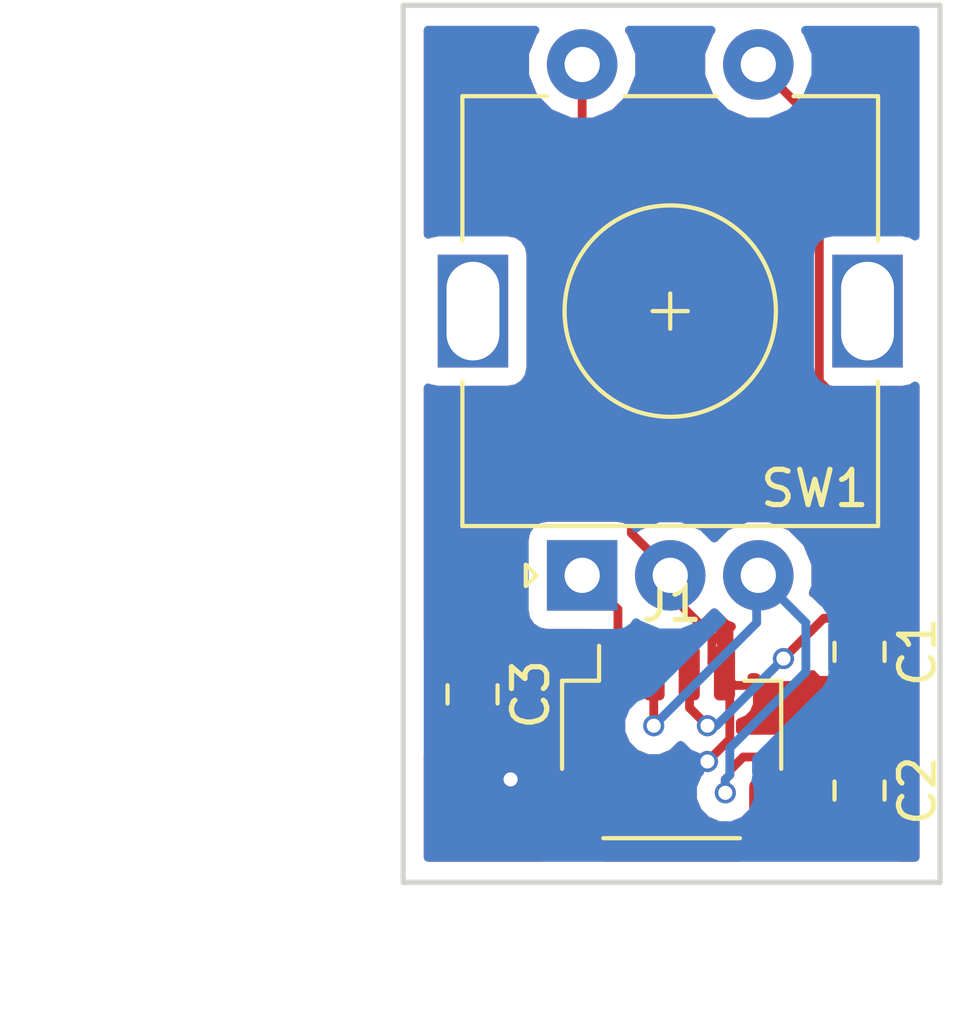
<source format=kicad_pcb>
(kicad_pcb (version 20171130) (host pcbnew 5.0.2-5.fc29)

  (general
    (thickness 1.6)
    (drawings 11)
    (tracks 74)
    (zones 0)
    (modules 5)
    (nets 5)
  )

  (page A4)
  (layers
    (0 F.Cu signal)
    (31 B.Cu signal)
    (32 B.Adhes user)
    (33 F.Adhes user)
    (34 B.Paste user)
    (35 F.Paste user)
    (36 B.SilkS user)
    (37 F.SilkS user)
    (38 B.Mask user)
    (39 F.Mask user)
    (40 Dwgs.User user)
    (41 Cmts.User user)
    (42 Eco1.User user)
    (43 Eco2.User user)
    (44 Edge.Cuts user)
    (45 Margin user)
    (46 B.CrtYd user)
    (47 F.CrtYd user)
    (48 B.Fab user)
    (49 F.Fab user)
  )

  (setup
    (last_trace_width 0.25)
    (trace_clearance 0.2)
    (zone_clearance 0.508)
    (zone_45_only no)
    (trace_min 0.2)
    (segment_width 0.2)
    (edge_width 0.15)
    (via_size 0.6)
    (via_drill 0.4)
    (via_min_size 0.4)
    (via_min_drill 0.3)
    (uvia_size 0.3)
    (uvia_drill 0.1)
    (uvias_allowed no)
    (uvia_min_size 0.2)
    (uvia_min_drill 0.1)
    (pcb_text_width 0.3)
    (pcb_text_size 1.5 1.5)
    (mod_edge_width 0.15)
    (mod_text_size 1 1)
    (mod_text_width 0.15)
    (pad_size 1.524 1.524)
    (pad_drill 0.762)
    (pad_to_mask_clearance 0.2)
    (solder_mask_min_width 0.25)
    (aux_axis_origin 0 0)
    (visible_elements FFFFFF7F)
    (pcbplotparams
      (layerselection 0x310fc_ffffffff)
      (usegerberextensions false)
      (usegerberattributes false)
      (usegerberadvancedattributes false)
      (creategerberjobfile false)
      (excludeedgelayer true)
      (linewidth 0.100000)
      (plotframeref false)
      (viasonmask false)
      (mode 1)
      (useauxorigin false)
      (hpglpennumber 1)
      (hpglpenspeed 20)
      (hpglpendiameter 15.000000)
      (psnegative false)
      (psa4output false)
      (plotreference true)
      (plotvalue true)
      (plotinvisibletext false)
      (padsonsilk false)
      (subtractmaskfromsilk false)
      (outputformat 1)
      (mirror false)
      (drillshape 0)
      (scaleselection 1)
      (outputdirectory "gerber_sh/"))
  )

  (net 0 "")
  (net 1 CON-2)
  (net 2 CON-1)
  (net 3 CON-3)
  (net 4 CON-4)

  (net_class Default "This is the default net class."
    (clearance 0.2)
    (trace_width 0.25)
    (via_dia 0.6)
    (via_drill 0.4)
    (uvia_dia 0.3)
    (uvia_drill 0.1)
    (add_net CON-1)
    (add_net CON-2)
    (add_net CON-3)
    (add_net CON-4)
  )

  (module Rotary_Encoder:RotaryEncoder_Alps_EC11E-Switch_Vertical_H20mm (layer F.Cu) (tedit 5A74C8CB) (tstamp 5BA3CFA1)
    (at 153.924 111.1758 90)
    (descr "Alps rotary encoder, EC12E... with switch, vertical shaft, http://www.alps.com/prod/info/E/HTML/Encoder/Incremental/EC11/EC11E15204A3.html")
    (tags "rotary encoder")
    (path /5BA2882F)
    (fp_text reference SW1 (at 2.4638 6.604 180) (layer F.SilkS)
      (effects (font (size 1 1) (thickness 0.15)))
    )
    (fp_text value Rotary_Encoder_Switch (at 7.5 10.4 90) (layer F.Fab)
      (effects (font (size 1 1) (thickness 0.15)))
    )
    (fp_circle (center 7.5 2.5) (end 10.5 2.5) (layer F.Fab) (width 0.12))
    (fp_circle (center 7.5 2.5) (end 10.5 2.5) (layer F.SilkS) (width 0.12))
    (fp_line (start 16 9.6) (end -1.5 9.6) (layer F.CrtYd) (width 0.05))
    (fp_line (start 16 9.6) (end 16 -4.6) (layer F.CrtYd) (width 0.05))
    (fp_line (start -1.5 -4.6) (end -1.5 9.6) (layer F.CrtYd) (width 0.05))
    (fp_line (start -1.5 -4.6) (end 16 -4.6) (layer F.CrtYd) (width 0.05))
    (fp_line (start 2.5 -3.3) (end 13.5 -3.3) (layer F.Fab) (width 0.12))
    (fp_line (start 13.5 -3.3) (end 13.5 8.3) (layer F.Fab) (width 0.12))
    (fp_line (start 13.5 8.3) (end 1.5 8.3) (layer F.Fab) (width 0.12))
    (fp_line (start 1.5 8.3) (end 1.5 -2.2) (layer F.Fab) (width 0.12))
    (fp_line (start 1.5 -2.2) (end 2.5 -3.3) (layer F.Fab) (width 0.12))
    (fp_line (start 9.5 -3.4) (end 13.6 -3.4) (layer F.SilkS) (width 0.12))
    (fp_line (start 13.6 8.4) (end 9.5 8.4) (layer F.SilkS) (width 0.12))
    (fp_line (start 5.5 8.4) (end 1.4 8.4) (layer F.SilkS) (width 0.12))
    (fp_line (start 5.5 -3.4) (end 1.4 -3.4) (layer F.SilkS) (width 0.12))
    (fp_line (start 1.4 -3.4) (end 1.4 8.4) (layer F.SilkS) (width 0.12))
    (fp_line (start 0 -1.3) (end -0.3 -1.6) (layer F.SilkS) (width 0.12))
    (fp_line (start -0.3 -1.6) (end 0.3 -1.6) (layer F.SilkS) (width 0.12))
    (fp_line (start 0.3 -1.6) (end 0 -1.3) (layer F.SilkS) (width 0.12))
    (fp_line (start 7.5 -0.5) (end 7.5 5.5) (layer F.Fab) (width 0.12))
    (fp_line (start 4.5 2.5) (end 10.5 2.5) (layer F.Fab) (width 0.12))
    (fp_line (start 13.6 -3.4) (end 13.6 -1) (layer F.SilkS) (width 0.12))
    (fp_line (start 13.6 1.2) (end 13.6 3.8) (layer F.SilkS) (width 0.12))
    (fp_line (start 13.6 6) (end 13.6 8.4) (layer F.SilkS) (width 0.12))
    (fp_line (start 7.5 2) (end 7.5 3) (layer F.SilkS) (width 0.12))
    (fp_line (start 7 2.5) (end 8 2.5) (layer F.SilkS) (width 0.12))
    (fp_text user %R (at 11.1 6.3 90) (layer F.Fab)
      (effects (font (size 1 1) (thickness 0.15)))
    )
    (pad A thru_hole rect (at 0 0 90) (size 2 2) (drill 1) (layers *.Cu *.Mask))
    (pad C thru_hole circle (at 0 2.5 90) (size 2 2) (drill 1) (layers *.Cu *.Mask))
    (pad B thru_hole circle (at 0 5 90) (size 2 2) (drill 1) (layers *.Cu *.Mask))
    (pad MP thru_hole rect (at 7.5 -3.1 90) (size 3.2 2) (drill oval 2.8 1.5) (layers *.Cu *.Mask))
    (pad MP thru_hole rect (at 7.5 8.1 90) (size 3.2 2) (drill oval 2.8 1.5) (layers *.Cu *.Mask))
    (pad S2 thru_hole circle (at 14.5 0 90) (size 2 2) (drill 1) (layers *.Cu *.Mask))
    (pad S1 thru_hole circle (at 14.5 5 90) (size 2 2) (drill 1) (layers *.Cu *.Mask))
    (model ${KISYS3DMOD}/Rotary_Encoder.3dshapes/RotaryEncoder_Alps_EC11E-Switch_Vertical_H20mm.wrl
      (at (xyz 0 0 0))
      (scale (xyz 1 1 1))
      (rotate (xyz 0 0 0))
    )
  )

  (module Capacitor_SMD:C_0805_2012Metric (layer F.Cu) (tedit 5B36C52B) (tstamp 5C76E4BE)
    (at 161.798 113.3475 270)
    (descr "Capacitor SMD 0805 (2012 Metric), square (rectangular) end terminal, IPC_7351 nominal, (Body size source: https://docs.google.com/spreadsheets/d/1BsfQQcO9C6DZCsRaXUlFlo91Tg2WpOkGARC1WS5S8t0/edit?usp=sharing), generated with kicad-footprint-generator")
    (tags capacitor)
    (path /5BA29B55)
    (attr smd)
    (fp_text reference C1 (at 0 -1.65 270) (layer F.SilkS)
      (effects (font (size 1 1) (thickness 0.15)))
    )
    (fp_text value 100nF (at 0 1.65 270) (layer F.Fab)
      (effects (font (size 1 1) (thickness 0.15)))
    )
    (fp_text user %R (at 0 0 270) (layer F.Fab)
      (effects (font (size 0.5 0.5) (thickness 0.08)))
    )
    (fp_line (start 1.68 0.95) (end -1.68 0.95) (layer F.CrtYd) (width 0.05))
    (fp_line (start 1.68 -0.95) (end 1.68 0.95) (layer F.CrtYd) (width 0.05))
    (fp_line (start -1.68 -0.95) (end 1.68 -0.95) (layer F.CrtYd) (width 0.05))
    (fp_line (start -1.68 0.95) (end -1.68 -0.95) (layer F.CrtYd) (width 0.05))
    (fp_line (start -0.258578 0.71) (end 0.258578 0.71) (layer F.SilkS) (width 0.12))
    (fp_line (start -0.258578 -0.71) (end 0.258578 -0.71) (layer F.SilkS) (width 0.12))
    (fp_line (start 1 0.6) (end -1 0.6) (layer F.Fab) (width 0.1))
    (fp_line (start 1 -0.6) (end 1 0.6) (layer F.Fab) (width 0.1))
    (fp_line (start -1 -0.6) (end 1 -0.6) (layer F.Fab) (width 0.1))
    (fp_line (start -1 0.6) (end -1 -0.6) (layer F.Fab) (width 0.1))
    (pad 2 smd roundrect (at 0.9375 0 270) (size 0.975 1.4) (layers F.Cu F.Paste F.Mask) (roundrect_rratio 0.25)
      (net 4 CON-4))
    (pad 1 smd roundrect (at -0.9375 0 270) (size 0.975 1.4) (layers F.Cu F.Paste F.Mask) (roundrect_rratio 0.25)
      (net 3 CON-3))
    (model ${KISYS3DMOD}/Capacitor_SMD.3dshapes/C_0805_2012Metric.wrl
      (at (xyz 0 0 0))
      (scale (xyz 1 1 1))
      (rotate (xyz 0 0 0))
    )
  )

  (module Capacitor_SMD:C_0805_2012Metric (layer F.Cu) (tedit 5B36C52B) (tstamp 5C76E4CE)
    (at 161.798 117.2845 270)
    (descr "Capacitor SMD 0805 (2012 Metric), square (rectangular) end terminal, IPC_7351 nominal, (Body size source: https://docs.google.com/spreadsheets/d/1BsfQQcO9C6DZCsRaXUlFlo91Tg2WpOkGARC1WS5S8t0/edit?usp=sharing), generated with kicad-footprint-generator")
    (tags capacitor)
    (path /5BA28DB9)
    (attr smd)
    (fp_text reference C2 (at 0 -1.65 270) (layer F.SilkS)
      (effects (font (size 1 1) (thickness 0.15)))
    )
    (fp_text value 10nF (at 0 1.65 270) (layer F.Fab)
      (effects (font (size 1 1) (thickness 0.15)))
    )
    (fp_text user %R (at 0 0 270) (layer F.Fab)
      (effects (font (size 0.5 0.5) (thickness 0.08)))
    )
    (fp_line (start 1.68 0.95) (end -1.68 0.95) (layer F.CrtYd) (width 0.05))
    (fp_line (start 1.68 -0.95) (end 1.68 0.95) (layer F.CrtYd) (width 0.05))
    (fp_line (start -1.68 -0.95) (end 1.68 -0.95) (layer F.CrtYd) (width 0.05))
    (fp_line (start -1.68 0.95) (end -1.68 -0.95) (layer F.CrtYd) (width 0.05))
    (fp_line (start -0.258578 0.71) (end 0.258578 0.71) (layer F.SilkS) (width 0.12))
    (fp_line (start -0.258578 -0.71) (end 0.258578 -0.71) (layer F.SilkS) (width 0.12))
    (fp_line (start 1 0.6) (end -1 0.6) (layer F.Fab) (width 0.1))
    (fp_line (start 1 -0.6) (end 1 0.6) (layer F.Fab) (width 0.1))
    (fp_line (start -1 -0.6) (end 1 -0.6) (layer F.Fab) (width 0.1))
    (fp_line (start -1 0.6) (end -1 -0.6) (layer F.Fab) (width 0.1))
    (pad 2 smd roundrect (at 0.9375 0 270) (size 0.975 1.4) (layers F.Cu F.Paste F.Mask) (roundrect_rratio 0.25)
      (net 4 CON-4))
    (pad 1 smd roundrect (at -0.9375 0 270) (size 0.975 1.4) (layers F.Cu F.Paste F.Mask) (roundrect_rratio 0.25)
      (net 1 CON-2))
    (model ${KISYS3DMOD}/Capacitor_SMD.3dshapes/C_0805_2012Metric.wrl
      (at (xyz 0 0 0))
      (scale (xyz 1 1 1))
      (rotate (xyz 0 0 0))
    )
  )

  (module Capacitor_SMD:C_0805_2012Metric (layer F.Cu) (tedit 5B36C52B) (tstamp 5C76E4DE)
    (at 150.8125 114.554 270)
    (descr "Capacitor SMD 0805 (2012 Metric), square (rectangular) end terminal, IPC_7351 nominal, (Body size source: https://docs.google.com/spreadsheets/d/1BsfQQcO9C6DZCsRaXUlFlo91Tg2WpOkGARC1WS5S8t0/edit?usp=sharing), generated with kicad-footprint-generator")
    (tags capacitor)
    (path /5BA29ADD)
    (attr smd)
    (fp_text reference C3 (at 0 -1.65 270) (layer F.SilkS)
      (effects (font (size 1 1) (thickness 0.15)))
    )
    (fp_text value 10nF (at 0 1.65 270) (layer F.Fab)
      (effects (font (size 1 1) (thickness 0.15)))
    )
    (fp_text user %R (at 0 0 270) (layer F.Fab)
      (effects (font (size 0.5 0.5) (thickness 0.08)))
    )
    (fp_line (start 1.68 0.95) (end -1.68 0.95) (layer F.CrtYd) (width 0.05))
    (fp_line (start 1.68 -0.95) (end 1.68 0.95) (layer F.CrtYd) (width 0.05))
    (fp_line (start -1.68 -0.95) (end 1.68 -0.95) (layer F.CrtYd) (width 0.05))
    (fp_line (start -1.68 0.95) (end -1.68 -0.95) (layer F.CrtYd) (width 0.05))
    (fp_line (start -0.258578 0.71) (end 0.258578 0.71) (layer F.SilkS) (width 0.12))
    (fp_line (start -0.258578 -0.71) (end 0.258578 -0.71) (layer F.SilkS) (width 0.12))
    (fp_line (start 1 0.6) (end -1 0.6) (layer F.Fab) (width 0.1))
    (fp_line (start 1 -0.6) (end 1 0.6) (layer F.Fab) (width 0.1))
    (fp_line (start -1 -0.6) (end 1 -0.6) (layer F.Fab) (width 0.1))
    (fp_line (start -1 0.6) (end -1 -0.6) (layer F.Fab) (width 0.1))
    (pad 2 smd roundrect (at 0.9375 0 270) (size 0.975 1.4) (layers F.Cu F.Paste F.Mask) (roundrect_rratio 0.25)
      (net 4 CON-4))
    (pad 1 smd roundrect (at -0.9375 0 270) (size 0.975 1.4) (layers F.Cu F.Paste F.Mask) (roundrect_rratio 0.25)
      (net 2 CON-1))
    (model ${KISYS3DMOD}/Capacitor_SMD.3dshapes/C_0805_2012Metric.wrl
      (at (xyz 0 0 0))
      (scale (xyz 1 1 1))
      (rotate (xyz 0 0 0))
    )
  )

  (module Connector_JST:JST_SH_SM04B-SRSS-TB_1x04-1MP_P1.00mm_Horizontal (layer F.Cu) (tedit 5B78AD87) (tstamp 5C76E4EE)
    (at 156.464 115.951)
    (descr "JST SH series connector, SM04B-SRSS-TB (http://www.jst-mfg.com/product/pdf/eng/eSH.pdf), generated with kicad-footprint-generator")
    (tags "connector JST SH top entry")
    (path /5BA291E6)
    (attr smd)
    (fp_text reference J1 (at 0 -3.98) (layer F.SilkS)
      (effects (font (size 1 1) (thickness 0.15)))
    )
    (fp_text value CONN_01X04 (at 0 3.98) (layer F.Fab)
      (effects (font (size 1 1) (thickness 0.15)))
    )
    (fp_text user %R (at 0 0) (layer F.Fab)
      (effects (font (size 1 1) (thickness 0.15)))
    )
    (fp_line (start -1.5 -0.967893) (end -1 -1.675) (layer F.Fab) (width 0.1))
    (fp_line (start -2 -1.675) (end -1.5 -0.967893) (layer F.Fab) (width 0.1))
    (fp_line (start 3.9 -3.28) (end -3.9 -3.28) (layer F.CrtYd) (width 0.05))
    (fp_line (start 3.9 3.28) (end 3.9 -3.28) (layer F.CrtYd) (width 0.05))
    (fp_line (start -3.9 3.28) (end 3.9 3.28) (layer F.CrtYd) (width 0.05))
    (fp_line (start -3.9 -3.28) (end -3.9 3.28) (layer F.CrtYd) (width 0.05))
    (fp_line (start 3 -1.675) (end 3 2.575) (layer F.Fab) (width 0.1))
    (fp_line (start -3 -1.675) (end -3 2.575) (layer F.Fab) (width 0.1))
    (fp_line (start -3 2.575) (end 3 2.575) (layer F.Fab) (width 0.1))
    (fp_line (start -1.94 2.685) (end 1.94 2.685) (layer F.SilkS) (width 0.12))
    (fp_line (start 3.11 -1.785) (end 2.06 -1.785) (layer F.SilkS) (width 0.12))
    (fp_line (start 3.11 0.715) (end 3.11 -1.785) (layer F.SilkS) (width 0.12))
    (fp_line (start -2.06 -1.785) (end -2.06 -2.775) (layer F.SilkS) (width 0.12))
    (fp_line (start -3.11 -1.785) (end -2.06 -1.785) (layer F.SilkS) (width 0.12))
    (fp_line (start -3.11 0.715) (end -3.11 -1.785) (layer F.SilkS) (width 0.12))
    (fp_line (start -3 -1.675) (end 3 -1.675) (layer F.Fab) (width 0.1))
    (pad MP smd roundrect (at 2.8 1.875) (size 1.2 1.8) (layers F.Cu F.Paste F.Mask) (roundrect_rratio 0.208333))
    (pad MP smd roundrect (at -2.8 1.875) (size 1.2 1.8) (layers F.Cu F.Paste F.Mask) (roundrect_rratio 0.208333))
    (pad 4 smd roundrect (at 1.5 -2) (size 0.6 1.55) (layers F.Cu F.Paste F.Mask) (roundrect_rratio 0.25)
      (net 4 CON-4))
    (pad 3 smd roundrect (at 0.5 -2) (size 0.6 1.55) (layers F.Cu F.Paste F.Mask) (roundrect_rratio 0.25)
      (net 3 CON-3))
    (pad 2 smd roundrect (at -0.5 -2) (size 0.6 1.55) (layers F.Cu F.Paste F.Mask) (roundrect_rratio 0.25)
      (net 1 CON-2))
    (pad 1 smd roundrect (at -1.5 -2) (size 0.6 1.55) (layers F.Cu F.Paste F.Mask) (roundrect_rratio 0.25)
      (net 2 CON-1))
    (model ${KISYS3DMOD}/Connector_JST.3dshapes/JST_SH_SM04B-SRSS-TB_1x04-1MP_P1.00mm_Horizontal.wrl
      (at (xyz 0 0 0))
      (scale (xyz 1 1 1))
      (rotate (xyz 0 0 0))
    )
  )

  (dimension 24.892 (width 0.3) (layer Dwgs.User)
    (gr_text "24.892 mm" (at 143.684 107.442 270) (layer Dwgs.User)
      (effects (font (size 1.5 1.5) (thickness 0.3)))
    )
    (feature1 (pts (xy 147.828 119.888) (xy 142.334 119.888)))
    (feature2 (pts (xy 147.828 94.996) (xy 142.334 94.996)))
    (crossbar (pts (xy 145.034 94.996) (xy 145.034 119.888)))
    (arrow1a (pts (xy 145.034 119.888) (xy 144.447579 118.761496)))
    (arrow1b (pts (xy 145.034 119.888) (xy 145.620421 118.761496)))
    (arrow2a (pts (xy 145.034 94.996) (xy 144.447579 96.122504)))
    (arrow2b (pts (xy 145.034 94.996) (xy 145.620421 96.122504)))
  )
  (dimension 15.24 (width 0.3) (layer Dwgs.User)
    (gr_text "15.240 mm" (at 156.464 124.54) (layer Dwgs.User)
      (effects (font (size 1.5 1.5) (thickness 0.3)))
    )
    (feature1 (pts (xy 164.084 121.412) (xy 164.084 125.89)))
    (feature2 (pts (xy 148.844 121.412) (xy 148.844 125.89)))
    (crossbar (pts (xy 148.844 123.19) (xy 164.084 123.19)))
    (arrow1a (pts (xy 164.084 123.19) (xy 162.957496 123.776421)))
    (arrow1b (pts (xy 164.084 123.19) (xy 162.957496 122.603579)))
    (arrow2a (pts (xy 148.844 123.19) (xy 149.970504 123.776421)))
    (arrow2b (pts (xy 148.844 123.19) (xy 149.970504 122.603579)))
  )
  (gr_line (start 149.098 95.25) (end 149.352 95.25) (angle 90) (layer Margin) (width 0.2))
  (gr_line (start 149.098 119.634) (end 149.098 95.25) (angle 90) (layer Margin) (width 0.2))
  (gr_line (start 163.83 119.634) (end 149.098 119.634) (angle 90) (layer Margin) (width 0.2))
  (gr_line (start 163.83 95.25) (end 163.83 119.634) (angle 90) (layer Margin) (width 0.2))
  (gr_line (start 149.098 95.25) (end 163.83 95.25) (angle 90) (layer Margin) (width 0.2))
  (gr_line (start 148.844 119.888) (end 148.844 94.996) (angle 90) (layer Edge.Cuts) (width 0.15))
  (gr_line (start 164.084 119.888) (end 148.844 119.888) (angle 90) (layer Edge.Cuts) (width 0.15))
  (gr_line (start 164.084 94.996) (end 164.084 119.888) (angle 90) (layer Edge.Cuts) (width 0.15))
  (gr_line (start 148.844 94.996) (end 164.084 94.996) (angle 90) (layer Edge.Cuts) (width 0.15))

  (segment (start 158.924 111.1758) (end 158.877 111.125) (width 0.25) (layer B.Cu) (net 1) (status 80000))
  (segment (start 158.877 111.125) (end 158.877 112.522) (width 0.25) (layer B.Cu) (net 1) (status 80000))
  (segment (start 158.877 112.522) (end 155.956 115.443) (width 0.25) (layer B.Cu) (net 1) (status 80000))
  (via (at 155.956 115.443) (size 0.6) (layers F.Cu B.Cu) (net 1) (status 80000))
  (segment (start 155.956 115.443) (end 155.956 114.046) (width 0.25) (layer F.Cu) (net 1) (status 80000))
  (segment (start 155.956 114.046) (end 155.964 114.0135) (width 0.25) (layer F.Cu) (net 1) (tstamp 5BE1C284) (status 80000))
  (segment (start 161.798 116.2845) (end 161.798 116.332) (width 0.25) (layer F.Cu) (net 1) (status 80000))
  (segment (start 161.798 116.332) (end 158.496 116.332) (width 0.25) (layer F.Cu) (net 1) (status 80000))
  (segment (start 158.496 116.332) (end 158.115 116.713) (width 0.25) (layer F.Cu) (net 1) (status 80000))
  (segment (start 158.115 116.713) (end 158.115 116.84) (width 0.25) (layer F.Cu) (net 1) (status 80000))
  (segment (start 158.115 116.84) (end 157.988 116.967) (width 0.25) (layer F.Cu) (net 1) (status 80000))
  (segment (start 157.988 116.967) (end 157.988 117.348) (width 0.25) (layer F.Cu) (net 1) (status 80000))
  (via (at 157.988 117.348) (size 0.6) (layers F.Cu B.Cu) (net 1) (status 80000))
  (segment (start 157.988 117.348) (end 157.988 116.967) (width 0.25) (layer B.Cu) (net 1) (status 80000))
  (segment (start 157.988 116.967) (end 158.115 116.84) (width 0.25) (layer B.Cu) (net 1) (status 80000))
  (segment (start 158.115 116.84) (end 158.115 116.078) (width 0.25) (layer B.Cu) (net 1) (status 80000))
  (segment (start 158.115 116.078) (end 160.274 113.919) (width 0.25) (layer B.Cu) (net 1) (status 80000))
  (segment (start 160.274 113.919) (end 160.274 112.522) (width 0.25) (layer B.Cu) (net 1) (status 80000))
  (segment (start 160.274 112.522) (end 158.877 111.125) (width 0.25) (layer B.Cu) (net 1) (status 80000))
  (segment (start 158.877 111.125) (end 158.924 111.1758) (width 0.25) (layer B.Cu) (net 1) (tstamp 5BE1C283) (status 80000))
  (segment (start 153.924 111.1758) (end 153.924 111.125) (width 0.25) (layer F.Cu) (net 2) (status 80000))
  (segment (start 153.924 111.125) (end 154.94 112.141) (width 0.25) (layer F.Cu) (net 2) (status 80000))
  (segment (start 154.94 112.141) (end 154.94 114.046) (width 0.25) (layer F.Cu) (net 2) (status 80000))
  (segment (start 154.94 114.046) (end 154.964 114.0135) (width 0.25) (layer F.Cu) (net 2) (tstamp 5BE1C27F) (status 80000))
  (segment (start 154.964 114.0135) (end 154.94 114.046) (width 0.25) (layer F.Cu) (net 2) (status 80000))
  (segment (start 154.94 114.046) (end 151.384 114.046) (width 0.25) (layer F.Cu) (net 2) (status 80000))
  (segment (start 151.384 114.046) (end 150.876 113.538) (width 0.25) (layer F.Cu) (net 2) (status 80000))
  (segment (start 150.876 113.538) (end 150.8125 113.554) (width 0.25) (layer F.Cu) (net 2) (tstamp 5BE1C27E) (status 80000))
  (segment (start 158.924 96.6758) (end 158.877 96.647) (width 0.25) (layer F.Cu) (net 3) (status 80000))
  (segment (start 158.877 96.647) (end 160.655 98.425) (width 0.25) (layer F.Cu) (net 3) (status 80000))
  (segment (start 160.655 98.425) (end 160.655 105.664) (width 0.25) (layer F.Cu) (net 3) (status 80000))
  (segment (start 160.655 105.664) (end 161.798 106.807) (width 0.25) (layer F.Cu) (net 3) (status 80000))
  (segment (start 161.798 106.807) (end 161.798 112.3475) (width 0.25) (layer F.Cu) (net 3) (status 80000))
  (segment (start 161.798 112.3475) (end 161.798 112.395) (width 0.25) (layer F.Cu) (net 3) (status 80000))
  (segment (start 161.798 112.395) (end 160.782 112.395) (width 0.25) (layer F.Cu) (net 3) (status 80000))
  (segment (start 160.782 112.395) (end 159.639 113.538) (width 0.25) (layer F.Cu) (net 3) (status 80000))
  (via (at 159.639 113.538) (size 0.6) (layers F.Cu B.Cu) (net 3) (status 80000))
  (segment (start 159.639 113.538) (end 157.734 115.443) (width 0.25) (layer B.Cu) (net 3) (status 80000))
  (segment (start 157.734 115.443) (end 157.48 115.443) (width 0.25) (layer B.Cu) (net 3) (status 80000))
  (via (at 157.48 115.443) (size 0.6) (layers F.Cu B.Cu) (net 3) (status 80000))
  (segment (start 157.48 115.443) (end 156.972 114.935) (width 0.25) (layer F.Cu) (net 3) (status 80000))
  (segment (start 156.972 114.935) (end 156.972 114.046) (width 0.25) (layer F.Cu) (net 3) (status 80000))
  (segment (start 156.972 114.046) (end 156.964 114.0135) (width 0.25) (layer F.Cu) (net 3) (tstamp 5BE1C281) (status 80000))
  (segment (start 156.424 111.1758) (end 156.464 111.125) (width 0.25) (layer F.Cu) (net 4) (status 80000))
  (segment (start 156.464 111.125) (end 155.321 109.982) (width 0.25) (layer F.Cu) (net 4) (status 80000))
  (segment (start 155.321 109.982) (end 155.321 109.728) (width 0.25) (layer F.Cu) (net 4) (status 80000))
  (segment (start 155.321 109.728) (end 153.924 108.331) (width 0.25) (layer F.Cu) (net 4) (status 80000))
  (segment (start 153.924 108.331) (end 153.924 96.6758) (width 0.25) (layer F.Cu) (net 4) (status 80000))
  (segment (start 157.964 114.0135) (end 157.988 114.046) (width 0.25) (layer F.Cu) (net 4) (status 80000))
  (segment (start 157.988 114.046) (end 158.115 114.173) (width 0.25) (layer F.Cu) (net 4) (status 80000))
  (segment (start 158.115 114.173) (end 158.115 115.824) (width 0.25) (layer F.Cu) (net 4) (status 80000))
  (segment (start 158.115 115.824) (end 157.48 116.459) (width 0.25) (layer F.Cu) (net 4) (status 80000))
  (via (at 157.48 116.459) (size 0.6) (layers F.Cu B.Cu) (net 4) (status 80000))
  (segment (start 157.48 116.459) (end 156.972 116.967) (width 0.25) (layer B.Cu) (net 4) (status 80000))
  (segment (start 156.972 116.967) (end 151.892 116.967) (width 0.25) (layer B.Cu) (net 4) (status 80000))
  (via (at 151.892 116.967) (size 0.6) (layers F.Cu B.Cu) (net 4) (status 80000))
  (segment (start 151.892 116.967) (end 150.876 115.951) (width 0.25) (layer F.Cu) (net 4) (status 80000))
  (segment (start 150.876 115.951) (end 150.876 115.57) (width 0.25) (layer F.Cu) (net 4) (status 80000))
  (segment (start 150.876 115.57) (end 150.8125 115.554) (width 0.25) (layer F.Cu) (net 4) (tstamp 5BE1C282) (status 80000))
  (segment (start 157.964 114.0135) (end 157.988 114.046) (width 0.25) (layer F.Cu) (net 4) (status 80000))
  (segment (start 157.988 114.046) (end 157.607 113.665) (width 0.25) (layer F.Cu) (net 4) (status 80000))
  (segment (start 157.607 113.665) (end 157.607 112.903) (width 0.25) (layer F.Cu) (net 4) (status 80000))
  (segment (start 157.607 112.903) (end 156.464 111.76) (width 0.25) (layer F.Cu) (net 4) (status 80000))
  (segment (start 156.464 111.76) (end 156.464 111.125) (width 0.25) (layer F.Cu) (net 4) (status 80000))
  (segment (start 156.464 111.125) (end 156.424 111.1758) (width 0.25) (layer F.Cu) (net 4) (tstamp 5BE1C280) (status 80000))
  (segment (start 161.798 114.3475) (end 161.798 114.3) (width 0.25) (layer F.Cu) (net 4) (status 80000))
  (segment (start 161.798 114.3) (end 158.242 114.3) (width 0.25) (layer F.Cu) (net 4) (status 80000))
  (segment (start 158.242 114.3) (end 157.988 114.046) (width 0.25) (layer F.Cu) (net 4) (status 80000))
  (segment (start 157.988 114.046) (end 157.964 114.0135) (width 0.25) (layer F.Cu) (net 4) (tstamp 5BE1C27D) (status 80000))
  (segment (start 161.798 118.2845) (end 161.798 118.237) (width 0.25) (layer F.Cu) (net 4) (status 80000))
  (segment (start 161.798 118.237) (end 162.814 117.221) (width 0.25) (layer F.Cu) (net 4) (status 80000))
  (segment (start 162.814 117.221) (end 162.814 115.443) (width 0.25) (layer F.Cu) (net 4) (status 80000))
  (segment (start 162.814 115.443) (end 161.798 114.427) (width 0.25) (layer F.Cu) (net 4) (status 80000))
  (segment (start 161.798 114.427) (end 161.798 114.3475) (width 0.25) (layer F.Cu) (net 4) (status 80000))

  (zone (net 4) (net_name CON-4) (layer F.Cu) (tstamp 5C76E57A) (hatch edge 0.508)
    (connect_pads (clearance 0.508))
    (min_thickness 0.254)
    (fill yes (arc_segments 16) (thermal_gap 0.508) (thermal_bridge_width 0.508))
    (polygon
      (pts
        (xy 149.098 95.25) (xy 163.83 95.25) (xy 163.83 119.634) (xy 149.098 119.634)
      )
    )
    (filled_polygon
      (pts
        (xy 163.374001 119.178) (xy 162.927526 119.178) (xy 163.036327 119.069198) (xy 163.133 118.835809) (xy 163.133 118.50775)
        (xy 162.97425 118.349) (xy 161.925 118.349) (xy 161.925 118.369) (xy 161.671 118.369) (xy 161.671 118.349)
        (xy 161.651 118.349) (xy 161.651 118.095) (xy 161.671 118.095) (xy 161.671 118.075) (xy 161.925 118.075)
        (xy 161.925 118.095) (xy 162.97425 118.095) (xy 163.133 117.93625) (xy 163.133 117.608191) (xy 163.036327 117.374802)
        (xy 162.883233 117.221707) (xy 162.884416 117.220916) (xy 163.077602 116.931794) (xy 163.14544 116.59075) (xy 163.14544 116.10325)
        (xy 163.077602 115.762206) (xy 162.884416 115.473084) (xy 162.724286 115.366088) (xy 162.857699 115.310827) (xy 163.036327 115.132198)
        (xy 163.133 114.898809) (xy 163.133 114.57075) (xy 162.97425 114.412) (xy 161.925 114.412) (xy 161.925 114.432)
        (xy 161.671 114.432) (xy 161.671 114.412) (xy 160.62175 114.412) (xy 160.463 114.57075) (xy 160.463 114.898809)
        (xy 160.559673 115.132198) (xy 160.738301 115.310827) (xy 160.871714 115.366088) (xy 160.711584 115.473084) (xy 160.64549 115.572)
        (xy 158.570846 115.572) (xy 158.495999 115.557112) (xy 158.421152 115.572) (xy 158.421148 115.572) (xy 158.415 115.573223)
        (xy 158.415 115.350773) (xy 158.623698 115.264327) (xy 158.802327 115.085699) (xy 158.899 114.85231) (xy 158.899 114.23675)
        (xy 158.740252 114.078002) (xy 158.856712 114.078002) (xy 159.109365 114.330655) (xy 159.453017 114.473) (xy 159.824983 114.473)
        (xy 160.168635 114.330655) (xy 160.431655 114.067635) (xy 160.463 113.991961) (xy 160.463 113.99925) (xy 160.62175 114.158)
        (xy 161.671 114.158) (xy 161.671 114.138) (xy 161.925 114.138) (xy 161.925 114.158) (xy 162.97425 114.158)
        (xy 163.133 113.99925) (xy 163.133 113.671191) (xy 163.036327 113.437802) (xy 162.883233 113.284707) (xy 162.884416 113.283916)
        (xy 163.077602 112.994794) (xy 163.14544 112.65375) (xy 163.14544 112.16625) (xy 163.077602 111.825206) (xy 162.884416 111.536084)
        (xy 162.595294 111.342898) (xy 162.558 111.33548) (xy 162.558 106.881846) (xy 162.572888 106.806999) (xy 162.558 106.732152)
        (xy 162.558 106.732148) (xy 162.513904 106.510463) (xy 162.345929 106.259071) (xy 162.282473 106.216671) (xy 161.989042 105.92324)
        (xy 163.024 105.92324) (xy 163.271765 105.873957) (xy 163.374 105.805645)
      )
    )
    (filled_polygon
      (pts
        (xy 154.077262 114.881167) (xy 154.250125 115.139875) (xy 154.508833 115.312738) (xy 154.814 115.37344) (xy 155.021 115.37344)
        (xy 155.021 115.628983) (xy 155.163345 115.972635) (xy 155.426365 116.235655) (xy 155.770017 116.378) (xy 156.141983 116.378)
        (xy 156.485635 116.235655) (xy 156.718 116.00329) (xy 156.950365 116.235655) (xy 157.294017 116.378) (xy 157.424797 116.378)
        (xy 157.399096 116.416464) (xy 157.380989 116.507494) (xy 157.272096 116.670464) (xy 157.254429 116.759281) (xy 157.195345 116.818365)
        (xy 157.053 117.162017) (xy 157.053 117.533983) (xy 157.195345 117.877635) (xy 157.458365 118.140655) (xy 157.802017 118.283)
        (xy 158.01656 118.283) (xy 158.01656 118.476001) (xy 158.084873 118.819436) (xy 158.279414 119.110586) (xy 158.380306 119.178)
        (xy 154.547694 119.178) (xy 154.648586 119.110586) (xy 154.843127 118.819436) (xy 154.91144 118.476001) (xy 154.91144 117.175999)
        (xy 154.843127 116.832564) (xy 154.648586 116.541414) (xy 154.357436 116.346873) (xy 154.014001 116.27856) (xy 153.313999 116.27856)
        (xy 152.970564 116.346873) (xy 152.679414 116.541414) (xy 152.484873 116.832564) (xy 152.41656 117.175999) (xy 152.41656 118.476001)
        (xy 152.484873 118.819436) (xy 152.679414 119.110586) (xy 152.780306 119.178) (xy 149.554 119.178) (xy 149.554 116.289996)
        (xy 149.574173 116.338698) (xy 149.752801 116.517327) (xy 149.98619 116.614) (xy 150.52675 116.614) (xy 150.6855 116.45525)
        (xy 150.6855 115.6185) (xy 150.9395 115.6185) (xy 150.9395 116.45525) (xy 151.09825 116.614) (xy 151.63881 116.614)
        (xy 151.872199 116.517327) (xy 152.050827 116.338698) (xy 152.1475 116.105309) (xy 152.1475 115.77725) (xy 151.98875 115.6185)
        (xy 150.9395 115.6185) (xy 150.6855 115.6185) (xy 150.6655 115.6185) (xy 150.6655 115.3645) (xy 150.6855 115.3645)
        (xy 150.6855 115.3445) (xy 150.9395 115.3445) (xy 150.9395 115.3645) (xy 151.98875 115.3645) (xy 152.1475 115.20575)
        (xy 152.1475 114.877691) (xy 152.117805 114.806) (xy 154.06231 114.806)
      )
    )
    (filled_polygon
      (pts
        (xy 157.997847 112.561886) (xy 158.161201 112.629549) (xy 158.091 112.69975) (xy 158.091 113.824) (xy 158.111 113.824)
        (xy 158.111 114.078) (xy 158.091 114.078) (xy 158.091 114.098) (xy 157.91144 114.098) (xy 157.91144 113.326)
        (xy 157.850738 113.020833) (xy 157.837 113.000273) (xy 157.837 112.69975) (xy 157.67825 112.541) (xy 157.537691 112.541)
        (xy 157.419936 112.589776) (xy 157.419167 112.589262) (xy 157.327893 112.571106) (xy 157.350153 112.561886) (xy 157.674 112.238039)
      )
    )
    (filled_polygon
      (pts
        (xy 152.537914 95.749647) (xy 152.289 96.350578) (xy 152.289 97.001022) (xy 152.537914 97.601953) (xy 152.997847 98.061886)
        (xy 153.598778 98.3108) (xy 154.249222 98.3108) (xy 154.850153 98.061886) (xy 155.310086 97.601953) (xy 155.559 97.001022)
        (xy 155.559 96.350578) (xy 155.310086 95.749647) (xy 155.266439 95.706) (xy 157.581561 95.706) (xy 157.537914 95.749647)
        (xy 157.289 96.350578) (xy 157.289 97.001022) (xy 157.537914 97.601953) (xy 157.997847 98.061886) (xy 158.598778 98.3108)
        (xy 159.249222 98.3108) (xy 159.402506 98.247308) (xy 159.895 98.739802) (xy 159.895001 105.589148) (xy 159.880112 105.664)
        (xy 159.895001 105.738852) (xy 159.939097 105.960537) (xy 160.107072 106.211929) (xy 160.170528 106.254329) (xy 161.038 107.121802)
        (xy 161.038001 111.33548) (xy 161.000706 111.342898) (xy 160.711584 111.536084) (xy 160.636039 111.649144) (xy 160.485463 111.679096)
        (xy 160.485154 111.679303) (xy 160.559 111.501022) (xy 160.559 110.850578) (xy 160.310086 110.249647) (xy 159.850153 109.789714)
        (xy 159.249222 109.5408) (xy 158.598778 109.5408) (xy 157.997847 109.789714) (xy 157.674 110.113561) (xy 157.350153 109.789714)
        (xy 156.749222 109.5408) (xy 156.098778 109.5408) (xy 155.497847 109.789714) (xy 155.457016 109.830545) (xy 155.381809 109.717991)
        (xy 155.171765 109.577643) (xy 154.924 109.52836) (xy 152.924 109.52836) (xy 152.676235 109.577643) (xy 152.466191 109.717991)
        (xy 152.325843 109.928035) (xy 152.27656 110.1758) (xy 152.27656 112.1758) (xy 152.325843 112.423565) (xy 152.466191 112.633609)
        (xy 152.676235 112.773957) (xy 152.924 112.82324) (xy 154.18 112.82324) (xy 154.18 112.867074) (xy 154.077262 113.020833)
        (xy 154.024517 113.286) (xy 152.142684 113.286) (xy 152.092102 113.031706) (xy 151.898916 112.742584) (xy 151.609794 112.549398)
        (xy 151.26875 112.48156) (xy 150.35625 112.48156) (xy 150.015206 112.549398) (xy 149.726084 112.742584) (xy 149.554 113.000125)
        (xy 149.554 105.8591) (xy 149.576235 105.873957) (xy 149.824 105.92324) (xy 151.824 105.92324) (xy 152.071765 105.873957)
        (xy 152.281809 105.733609) (xy 152.422157 105.523565) (xy 152.47144 105.2758) (xy 152.47144 102.0758) (xy 152.422157 101.828035)
        (xy 152.281809 101.617991) (xy 152.071765 101.477643) (xy 151.824 101.42836) (xy 149.824 101.42836) (xy 149.576235 101.477643)
        (xy 149.554 101.4925) (xy 149.554 95.706) (xy 152.581561 95.706)
      )
    )
  )
  (zone (net 4) (net_name CON-4) (layer B.Cu) (tstamp 5C76E577) (hatch edge 0.508)
    (connect_pads (clearance 0.508))
    (min_thickness 0.254)
    (fill yes (arc_segments 16) (thermal_gap 0.508) (thermal_bridge_width 0.508))
    (polygon
      (pts
        (xy 149.098 95.25) (xy 163.83 95.25) (xy 163.83 119.634) (xy 149.098 119.634)
      )
    )
    (filled_polygon
      (pts
        (xy 152.537914 95.749647) (xy 152.289 96.350578) (xy 152.289 97.001022) (xy 152.537914 97.601953) (xy 152.997847 98.061886)
        (xy 153.598778 98.3108) (xy 154.249222 98.3108) (xy 154.850153 98.061886) (xy 155.310086 97.601953) (xy 155.559 97.001022)
        (xy 155.559 96.350578) (xy 155.310086 95.749647) (xy 155.266439 95.706) (xy 157.581561 95.706) (xy 157.537914 95.749647)
        (xy 157.289 96.350578) (xy 157.289 97.001022) (xy 157.537914 97.601953) (xy 157.997847 98.061886) (xy 158.598778 98.3108)
        (xy 159.249222 98.3108) (xy 159.850153 98.061886) (xy 160.310086 97.601953) (xy 160.559 97.001022) (xy 160.559 96.350578)
        (xy 160.310086 95.749647) (xy 160.266439 95.706) (xy 163.374 95.706) (xy 163.374 101.545955) (xy 163.271765 101.477643)
        (xy 163.024 101.42836) (xy 161.024 101.42836) (xy 160.776235 101.477643) (xy 160.566191 101.617991) (xy 160.425843 101.828035)
        (xy 160.37656 102.0758) (xy 160.37656 105.2758) (xy 160.425843 105.523565) (xy 160.566191 105.733609) (xy 160.776235 105.873957)
        (xy 161.024 105.92324) (xy 163.024 105.92324) (xy 163.271765 105.873957) (xy 163.374 105.805645) (xy 163.374001 119.178)
        (xy 149.554 119.178) (xy 149.554 110.1758) (xy 152.27656 110.1758) (xy 152.27656 112.1758) (xy 152.325843 112.423565)
        (xy 152.466191 112.633609) (xy 152.676235 112.773957) (xy 152.924 112.82324) (xy 154.924 112.82324) (xy 155.171765 112.773957)
        (xy 155.381809 112.633609) (xy 155.457016 112.521055) (xy 155.497847 112.561886) (xy 156.098778 112.8108) (xy 156.749222 112.8108)
        (xy 157.350153 112.561886) (xy 157.674 112.238039) (xy 157.88008 112.444119) (xy 155.816199 114.508) (xy 155.770017 114.508)
        (xy 155.426365 114.650345) (xy 155.163345 114.913365) (xy 155.021 115.257017) (xy 155.021 115.628983) (xy 155.163345 115.972635)
        (xy 155.426365 116.235655) (xy 155.770017 116.378) (xy 156.141983 116.378) (xy 156.485635 116.235655) (xy 156.718 116.00329)
        (xy 156.950365 116.235655) (xy 157.294017 116.378) (xy 157.355 116.378) (xy 157.355 116.546389) (xy 157.272096 116.670463)
        (xy 157.254429 116.759281) (xy 157.195345 116.818365) (xy 157.053 117.162017) (xy 157.053 117.533983) (xy 157.195345 117.877635)
        (xy 157.458365 118.140655) (xy 157.802017 118.283) (xy 158.173983 118.283) (xy 158.517635 118.140655) (xy 158.780655 117.877635)
        (xy 158.923 117.533983) (xy 158.923 117.162017) (xy 158.857358 117.003543) (xy 158.875 116.914852) (xy 158.875 116.914848)
        (xy 158.889888 116.840001) (xy 158.875 116.765154) (xy 158.875 116.392801) (xy 160.758473 114.509329) (xy 160.821929 114.466929)
        (xy 160.989904 114.215537) (xy 161.034 113.993852) (xy 161.034 113.993848) (xy 161.048888 113.919001) (xy 161.034 113.844154)
        (xy 161.034 112.596846) (xy 161.048888 112.521999) (xy 161.034 112.447152) (xy 161.034 112.447148) (xy 160.989904 112.225463)
        (xy 160.907377 112.101953) (xy 160.864329 112.037526) (xy 160.864327 112.037524) (xy 160.821929 111.974071) (xy 160.758476 111.931673)
        (xy 160.49129 111.664488) (xy 160.559 111.501022) (xy 160.559 110.850578) (xy 160.310086 110.249647) (xy 159.850153 109.789714)
        (xy 159.249222 109.5408) (xy 158.598778 109.5408) (xy 157.997847 109.789714) (xy 157.674 110.113561) (xy 157.350153 109.789714)
        (xy 156.749222 109.5408) (xy 156.098778 109.5408) (xy 155.497847 109.789714) (xy 155.457016 109.830545) (xy 155.381809 109.717991)
        (xy 155.171765 109.577643) (xy 154.924 109.52836) (xy 152.924 109.52836) (xy 152.676235 109.577643) (xy 152.466191 109.717991)
        (xy 152.325843 109.928035) (xy 152.27656 110.1758) (xy 149.554 110.1758) (xy 149.554 105.8591) (xy 149.576235 105.873957)
        (xy 149.824 105.92324) (xy 151.824 105.92324) (xy 152.071765 105.873957) (xy 152.281809 105.733609) (xy 152.422157 105.523565)
        (xy 152.47144 105.2758) (xy 152.47144 102.0758) (xy 152.422157 101.828035) (xy 152.281809 101.617991) (xy 152.071765 101.477643)
        (xy 151.824 101.42836) (xy 149.824 101.42836) (xy 149.576235 101.477643) (xy 149.554 101.4925) (xy 149.554 95.706)
        (xy 152.581561 95.706)
      )
    )
  )
)

</source>
